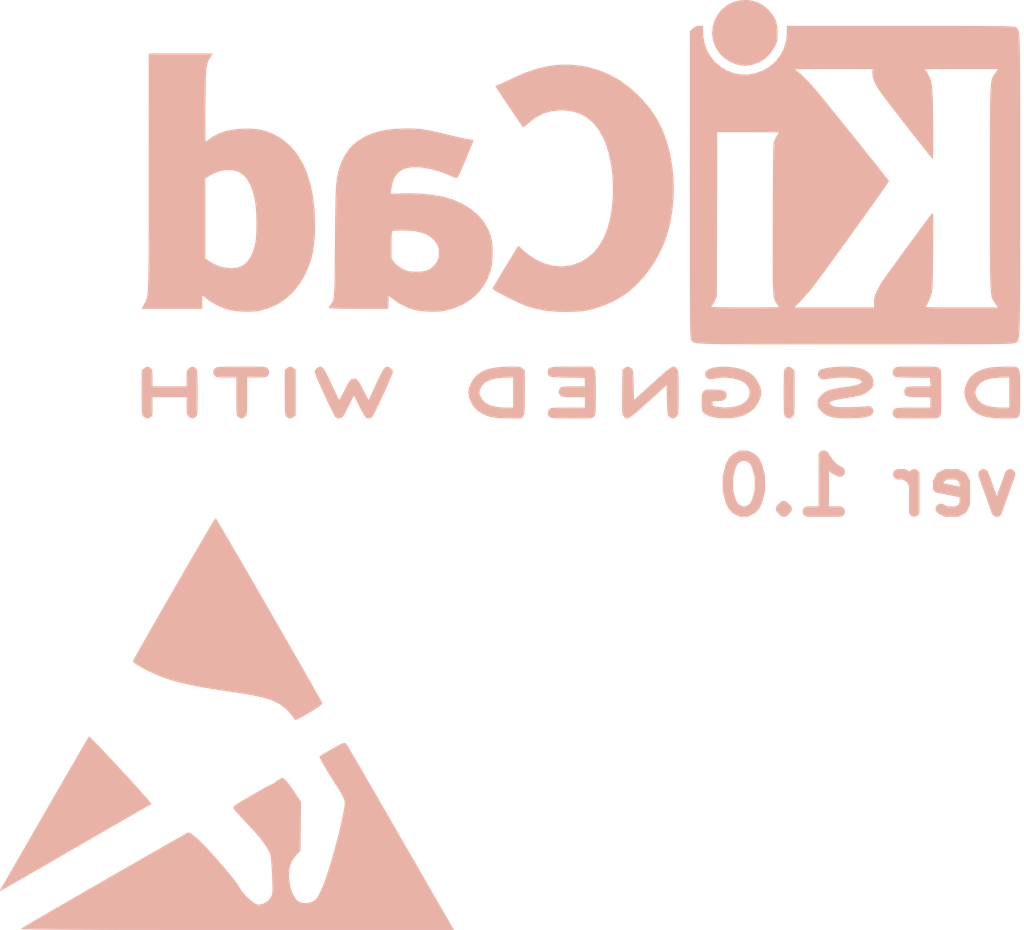
<source format=kicad_pcb>
(kicad_pcb (version 20240108) (generator "pcbnew") (generator_version "8.0")
  (title_block (title "${project_name}") (date "2024-10-04") (rev "1.0") (company "Lucas Vinicius Evangelista") (comment 1 "2 Layer PCB"))
  (layers (0 "F.Cu" signal) (31 "B.Cu" signal) (34 "B.Paste" user) (35 "F.Paste" user) (36 "B.SilkS" user "B.Silkscreen") (37 "F.SilkS" user "F.Silkscreen") (38 "B.Mask" user) (39 "F.Mask" user) (44 "Edge.Cuts" user))
  (property "project_name" "MCU Datalogger with memory and clock")
  (net 0 "")
  (footprint "Symbol:ESD-Logo_6.6x6mm_SilkScreen" (layer "B.Cu") (at 137.033 95.377 180)
    (property "Reference" "REF**" (hide yes))
    (property "Value" "ESD-Logo_6.6x6mm_SilkScreen" (hide yes))
  )
  (footprint "Symbol:KiCad-Logo2_5mm_SilkScreen" (layer "B.Cu") (at 142.113 88.011 180)
    (property "Reference" "REF**" (hide yes))
    (property "Value" "KiCad-Logo2_5mm_SilkScreen" (hide yes))
  )
  (gr_text "ver 1.0\n" (at 148.463 92.456 0) (layer "B.SilkS") (effects (font (size 0.8 0.8)) (justify left bottom mirror)))
)
</source>
